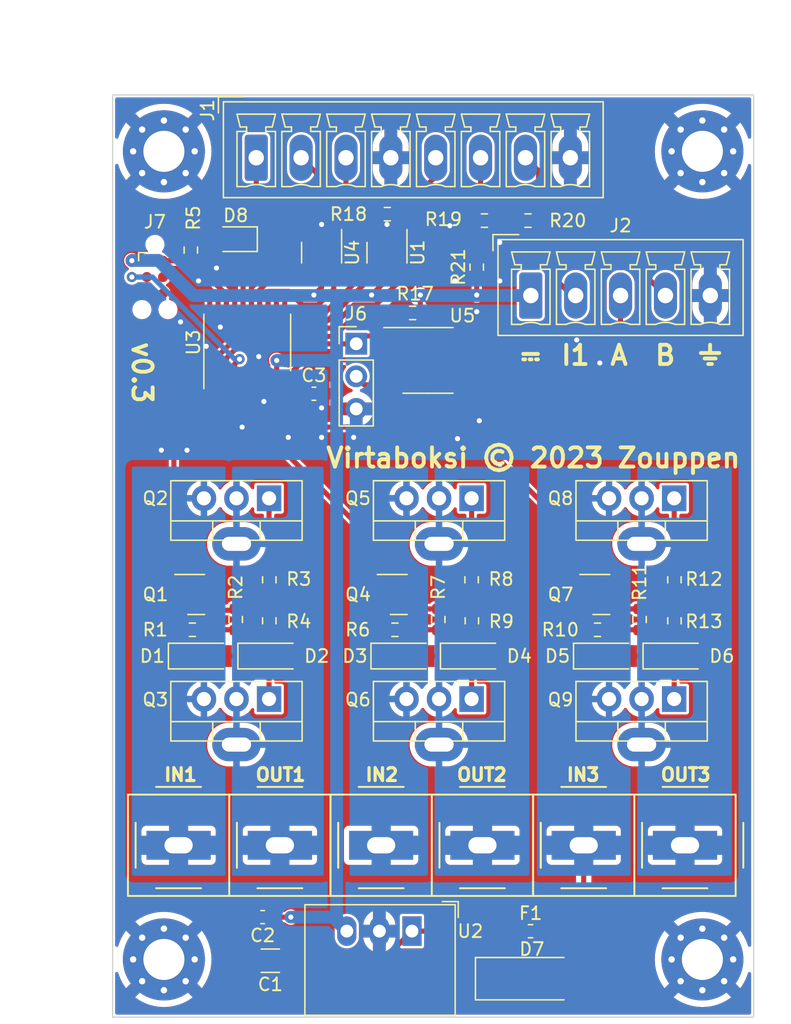
<source format=kicad_pcb>
(kicad_pcb (version 20211014) (generator pcbnew)
  (title_block (rev "0.3"))
  (layers (0 "F.Cu" signal) (31 "B.Cu" signal) (34 "B.Paste" user) (35 "F.Paste" user) (36 "B.SilkS" user "B.Silkscreen") (37 "F.SilkS" user "F.Silkscreen") (38 "B.Mask" user) (39 "F.Mask" user) (44 "Edge.Cuts" user))
  (net 0 "")
  (net 1 "GND")
  (net 2 "/GROUP1 IN")
  (net 3 "/GROUP2 IN")
  (net 4 "/GROUP3 IN")
  (net 5 "Net-(C1-Pad1)")
  (net 6 "+3.3V")
  (net 7 "/GROUP2 CTRL")
  (net 8 "Net-(C3-Pad1)")
  (net 9 "Net-(D8-Pad2)")
  (net 10 "/GROUP2 OUT")
  (net 11 "/IN2")
  (net 12 "/IN3")
  (net 13 "/IN4")
  (net 14 "Net-(J1-Pad5)")
  (net 15 "Net-(J1-Pad6)")
  (net 16 "Net-(J1-Pad7)")
  (net 17 "/IN1")
  (net 18 "A")
  (net 19 "B")
  (net 20 "/GROUP3 OUT")
  (net 21 "/GROUP1 OUT")
  (net 22 "/SWIM")
  (net 23 "/RESET")
  (net 26 "/RX")
  (net 27 "/LED1")
  (net 28 "/LED2")
  (net 29 "/LED3")
  (net 30 "/TX")
  (net 31 "/TX_EN")
  (net 32 "/GROUP3 CTRL")
  (net 33 "/GROUP1 CTRL")
  (net 34 "Net-(D1-Pad2)")
  (net 35 "Net-(D2-Pad2)")
  (net 36 "Net-(Q1-Pad3)")
  (net 37 "Net-(Q2-Pad1)")
  (net 38 "Net-(Q3-Pad1)")
  (net 39 "Net-(D3-Pad2)")
  (net 40 "Net-(D4-Pad2)")
  (net 41 "Net-(D5-Pad2)")
  (net 42 "Net-(D6-Pad2)")
  (net 43 "Net-(Q4-Pad3)")
  (net 44 "Net-(Q5-Pad1)")
  (net 45 "Net-(Q6-Pad1)")
  (net 46 "Net-(Q7-Pad3)")
  (net 47 "Net-(Q8-Pad1)")
  (net 48 "Net-(Q9-Pad1)")
  (footprint "Package_TO_SOT_SMD:SOT-23" (layer "F.Cu") (at 129.82 78.95)
    (fp_text reference "Q4")
    (fp_text value "2N7002")
  )
  (footprint "Connector:Tag-Connect_TC2030-IDC-NL_2x03_P1.27mm_Vertical" (layer "F.Cu") (at 110.8 54.2 -90)
    (fp_text reference "J7")
    (fp_text value "TagConnect_TC2030-NL")
  )
  (footprint "Own parts:Heatsink_AAVID_576802B03900G-nocourt" (layer "F.Cu") (at 132.96 75 90)
    (fp_text reference "HS3" hide)
    (fp_text value "Heatsink")
  )
  (footprint "LED_SMD:LED_0805_2012Metric" (layer "F.Cu") (at 117.1 51.25 180)
    (fp_text reference "D8")
    (fp_text value "LED")
  )
  (footprint "Package_TO_SOT_SMD:SOT-23" (layer "F.Cu") (at 145.62 78.95)
    (fp_text reference "Q7")
    (fp_text value "2N7002")
  )
  (footprint "Powerpole:45A-VERT-PAIR" (layer "F.Cu") (at 148.195 98.5 180)
    (fp_text reference "J3" hide)
    (fp_text value "Powerpole 01x02" hide)
  )
  (footprint "Package_TO_SOT_THT:TO-220-3_Vertical" (layer "F.Cu") (at 151.3 71.45 180)
    (fp_text reference "Q8")
    (fp_text value "IRF4905")
  )
  (footprint "Package_TO_SOT_THT:TO-220-3_Vertical" (layer "F.Cu") (at 119.7 71.45 180)
    (fp_text reference "Q2")
    (fp_text value "IRF4905")
  )
  (footprint "Diode_SMD:D_MiniMELF" (layer "F.Cu") (at 135.62 83.75)
    (fp_text reference "D4")
    (fp_text value "ZMM5V6-M")
  )
  (footprint "Resistor_SMD:R_0603_1608Metric" (layer "F.Cu") (at 139.9 49.8 180)
    (fp_text reference "R20")
    (fp_text value "180")
  )
  (footprint "Package_TO_SOT_THT:TO-220-3_Vertical" (layer "F.Cu") (at 135.5 87.1 180)
    (fp_text reference "Q6")
    (fp_text value "IRF4905")
  )
  (footprint "Package_TO_SOT_SMD:SOT-23-6" (layer "F.Cu") (at 123.8 52.3 -90)
    (fp_text reference "U4")
    (fp_text value "SRV05-4")
  )
  (footprint "Diode_SMD:D_MiniMELF" (layer "F.Cu") (at 119.82 83.75)
    (fp_text reference "D2")
    (fp_text value "ZMM5V6-M")
  )
  (footprint "Resistor_SMD:R_0603_1608Metric" (layer "F.Cu") (at 130.9 57 180)
    (fp_text reference "R17")
    (fp_text value "20k")
  )
  (footprint "Package_SO:SOIC-8_3.9x4.9mm_P1.27mm" (layer "F.Cu") (at 132.1 60.7)
    (fp_text reference "U5")
    (fp_text value "SP3485EN")
  )
  (footprint "Diode_SMD:D_MiniMELF" (layer "F.Cu") (at 146 83.75)
    (fp_text reference "D5")
    (fp_text value "ZMM5V6-M")
  )
  (footprint "Converter_DCDC:Converter_DCDC_RECOM_R-78E-0.5_THT" (layer "F.Cu") (at 130.847 105.1925 180)
    (fp_text reference "U2")
    (fp_text value "AMSRI-783.3-NZ")
  )
  (footprint "Own parts:Heatsink_AAVID_576802B03900G-nocourt" (layer "F.Cu") (at 117.16 90.65 90)
    (fp_text reference "HS2" hide)
    (fp_text value "Heatsink")
  )
  (footprint "Own parts:Heatsink_AAVID_576802B03900G-nocourt" (layer "F.Cu") (at 148.76 90.65 90)
    (fp_text reference "HS6" hide)
    (fp_text value "Heatsink")
  )
  (footprint "Connector_Phoenix_MC:PhoenixContact_MCV_1,5_5-G-3.5_1x05_P3.50mm_Vertical" (layer "F.Cu") (at 140.1175 55.6425)
    (fp_text reference "J2")
    (fp_text value "Ext_01x05")
  )
  (footprint "Resistor_SMD:R_0603_1608Metric" (layer "F.Cu") (at 151.32 81 -90)
    (fp_text reference "R13")
    (fp_text value "10")
  )
  (footprint "Resistor_SMD:R_0603_1608Metric" (layer "F.Cu") (at 148.6 80.9 90)
    (fp_text reference "R11")
    (fp_text value "13k")
  )
  (footprint "MountingHole:MountingHole_3.2mm_M3_Pad_Via" (layer "F.Cu") (at 153.5 44.4)
    (fp_text reference "H2" hide)
    (fp_text value "MountingHole_Pad")
  )
  (footprint "Package_SO:TSSOP-20_4.4x6.5mm_P0.65mm" (layer "F.Cu") (at 118 59.3 90)
    (fp_text reference "U3")
    (fp_text value "STM8S003F3P")
  )
  (footprint "Capacitor_SMD:C_0603_1608Metric" (layer "F.Cu") (at 123.2 63.3)
    (fp_text reference "C3")
    (fp_text value "1u")
  )
  (footprint "MountingHole:MountingHole_3.2mm_M3_Pad_Via" (layer "F.Cu") (at 111.5 44.4)
    (fp_text reference "H1" hide)
    (fp_text value "MountingHole_Pad")
  )
  (footprint "Diode_SMD:D_MiniMELF" (layer "F.Cu") (at 114.4 83.75)
    (fp_text reference "D1")
    (fp_text value "ZMM5V6-M")
  )
  (footprint "Own parts:Heatsink_AAVID_576802B03900G-nocourt" (layer "F.Cu") (at 117.16 75 90)
    (fp_text reference "HS1" hide)
    (fp_text value "Heatsink")
  )
  (footprint "MountingHole:MountingHole_3.2mm_M3_Pad_Via" (layer "F.Cu") (at 153.5 107.4)
    (fp_text reference "H4" hide)
    (fp_text value "MountingHole_Pad")
  )
  (footprint "Package_TO_SOT_THT:TO-220-3_Vertical" (layer "F.Cu") (at 119.7 87.1 180)
    (fp_text reference "Q3")
    (fp_text value "IRF4905")
  )
  (footprint "Resistor_SMD:R_0603_1608Metric" (layer "F.Cu") (at 145.32 81.7)
    (fp_text reference "R10")
    (fp_text value "68k")
  )
  (footprint "Connector_Phoenix_MC:PhoenixContact_MCV_1,5_8-G-3.5_1x08_P3.50mm_Vertical" (layer "F.Cu") (at 118.7 44.9)
    (fp_text reference "J1")
    (fp_text value "Panel_01x08")
  )
  (footprint "Resistor_SMD:R_0603_1608Metric" (layer "F.Cu") (at 129.52 81.7)
    (fp_text reference "R6")
    (fp_text value "68k")
  )
  (footprint "Powerpole:45A-VERT-PAIR" (layer "F.Cu") (at 116.595 98.5 180)
    (fp_text reference "J5" hide)
    (fp_text value "Powerpole 01x02" hide)
  )
  (footprint "Package_TO_SOT_SMD:SOT-23" (layer "F.Cu") (at 114.02 78.95)
    (fp_text reference "Q1")
    (fp_text value "2N7002")
  )
  (footprint "Capacitor_SMD:C_1206_3216Metric" (layer "F.Cu") (at 119.8 107.5 180)
    (fp_text reference "C1")
    (fp_text value "10u")
  )
  (footprint "Own parts:Heatsink_AAVID_576802B03900G-nocourt" (layer "F.Cu") (at 132.96 90.65 90)
    (fp_text reference "HS4" hide)
    (fp_text value "Heatsink")
  )
  (footprint "Resistor_SMD:R_0603_1608Metric" (layer "F.Cu") (at 119.72 77.8 90)
    (fp_text reference "R3")
    (fp_text value "10")
  )
  (footprint "Own parts:Heatsink_AAVID_576802B03900G-nocourt" (layer "F.Cu") (at 148.76 75 90)
    (fp_text reference "HS5" hide)
    (fp_text value "Heatsink")
  )
  (footprint "Capacitor_SMD:C_0603_1608Metric" (layer "F.Cu") (at 119.2 104.1 180)
    (fp_text reference "C2")
    (fp_text value "22u")
  )
  (footprint "Resistor_SMD:R_0603_1608Metric" (layer "F.Cu") (at 135.9 53.425 90)
    (fp_text reference "R21")
    (fp_text value "2k")
  )
  (footprint "Resistor_SMD:R_0603_1608Metric" (layer "F.Cu") (at 136.5 49.8 180)
    (fp_text reference "R19")
    (fp_text value "180")
  )
  (footprint "Fuse:Fuse_0603_1608Metric_Pad1.05x0.95mm_HandSolder" (layer "F.Cu") (at 140.1 105.2 180)
    (fp_text reference "F1")
    (fp_text value "Fuse")
  )
  (footprint "Resistor_SMD:R_0603_1608Metric" (layer "F.Cu") (at 113.72 81.7)
    (fp_text reference "R1")
    (fp_text value "68k")
  )
  (footprint "Diode_SMD:D_MiniMELF" (layer "F.Cu") (at 151.42 83.75)
    (fp_text reference "D6")
    (fp_text value "ZMM5V6-M")
  )
  (footprint "Diode_SMD:D_MiniMELF" (layer "F.Cu") (at 130.2 83.75)
    (fp_text reference "D3")
    (fp_text value "ZMM5V6-M")
  )
  (footprint "Resistor_SMD:R_0603_1608Metric" (layer "F.Cu") (at 117.1 80.9 90)
    (fp_text reference "R2")
    (fp_text value "13k")
  )
  (footprint "Resistor_SMD:R_0603_1608Metric" (layer "F.Cu") (at 135.52 81 -90)
    (fp_text reference "R9")
    (fp_text value "10")
  )
  (footprint "Resistor_SMD:R_0603_1608Metric" (layer "F.Cu") (at 113.6 52.1 -90)
    (fp_text reference "R5")
    (fp_text value "180")
  )
  (footprint "Connector_PinHeader_2.54mm:PinHeader_1x03_P2.54mm_Vertical" (layer "F.Cu") (at 126.5 59.4)
    (fp_text reference "J6")
    (fp_text value "Conn_01x03_Male")
  )
  (footprint "Diode_SMD:D_SMA_Handsoldering" (layer "F.Cu") (at 140.2 108.9)
    (fp_text reference "D7")
    (fp_text value "P6SMAJ33CA")
  )
  (footprint "Resistor_SMD:R_0603_1608Metric" (layer "F.Cu") (at 132.9 80.9 90)
    (fp_text reference "R7")
    (fp_text value "13k")
  )
  (footprint "Resistor_SMD:R_0603_1608Metric" (layer "F.Cu") (at 151.32 77.8 90)
    (fp_text reference "R12")
    (fp_text value "10")
  )
  (footprint "Resistor_SMD:R_0603_1608Metric" (layer "F.Cu") (at 135.5 77.8 90)
    (fp_text reference "R8")
    (fp_text value "10")
  )
  (footprint "Powerpole:45A-VERT-PAIR" (layer "F.Cu") (at 132.395 98.5 180)
    (fp_text reference "J4" hide)
    (fp_text value "Powerpole 01x02" hide)
  )
  (footprint "Package_TO_SOT_THT:TO-220-3_Vertical" (layer "F.Cu") (at 135.5 71.45 180)
    (fp_text reference "Q5")
    (fp_text value "IRF4905")
  )
  (footprint "Package_TO_SOT_THT:TO-220-3_Vertical" (layer "F.Cu") (at 151.3 87.1 180)
    (fp_text reference "Q9")
    (fp_text value "IRF4905")
  )
  (footprint "Resistor_SMD:R_0603_1608Metric" (layer "F.Cu") (at 128.925 49.3 180)
    (fp_text reference "R18")
    (fp_text value "180")
  )
  (footprint "MountingHole:MountingHole_3.2mm_M3_Pad_Via" (layer "F.Cu") (at 111.5 107.4)
    (fp_text reference "H3" hide)
    (fp_text value "MountingHole_Pad")
  )
  (footprint "Package_TO_SOT_SMD:SOT-23-6" (layer "F.Cu") (at 128.9 52.3 -90)
    (fp_text reference "U1")
    (fp_text value "SRV05-4")
  )
  (footprint "Resistor_SMD:R_0603_1608Metric" (layer "F.Cu") (at 119.72 81 -90)
    (fp_text reference "R4")
    (fp_text value "10")
  )
  (gr_rect (start 107.5 40) (end 157.5 111.9) (layer "Edge.Cuts") (width 0.1) (fill none))
  (gr_text "⏚" (at 154.1 60.3) (layer "F.SilkS") (effects (font (size 1.5 1.5) (thickness 0.3))))
  (gr_text "A" (at 147 60.3) (layer "F.SilkS") (effects (font (size 1.5 1.5) (thickness 0.3))))
  (gr_text "⎓" (at 140.1 60.3) (layer "F.SilkS") (effects (font (size 1.5 1.5) (thickness 0.3))))
  (gr_text "OUT3" (at 152.2 93) (layer "F.SilkS") (effects (font (size 1 1) (thickness 0.25))))
  (gr_text "IN3" (at 144.2 93) (layer "F.SilkS") (effects (font (size 1 1) (thickness 0.25))))
  (gr_text "v${REVISION}" (at 109.8 59.1 270) (layer "F.SilkS") (effects (font (size 1.5 1.5) (thickness 0.3)) (justify left)))
  (gr_text "IN1" (at 112.8 93) (layer "F.SilkS") (effects (font (size 1 1) (thickness 0.25))))
  (gr_text "OUT1" (at 120.6 93) (layer "F.SilkS") (effects (font (size 1 1) (thickness 0.25))))
  (gr_text "B" (at 150.6 60.3) (layer "F.SilkS") (effects (font (size 1.5 1.5) (thickness 0.3))))
  (gr_text "Virtaboksi © 2023 Zouppen" (at 124 68.3) (layer "F.SilkS") (effects (font (size 1.5 1.5) (thickness 0.3)) (justify left)))
  (gr_text "I1" (at 143.6 60.3) (layer "F.SilkS") (effects (font (size 1.5 1.5) (thickness 0.3))))
  (gr_text "IN2" (at 128.5 93) (layer "F.SilkS") (effects (font (size 1 1) (thickness 0.25))))
  (gr_text "OUT2" (at 136.3 93) (layer "F.SilkS") (effects (font (size 1 1) (thickness 0.25))))
  (via (at 126.3 66.7) (size 0.8) (drill 0.4) (layers "F.Cu" "B.Cu") (net 1))
  (via (at 112.8 57.7) (size 0.8) (drill 0.4) (layers "F.Cu" "B.Cu") (net 1))
  (via (at 133.8 50.2) (size 0.8) (drill 0.4) (layers "F.Cu" "B.Cu") (net 1))
  (via (at 114.2 54.5) (size 0.8) (drill 0.4) (layers "F.Cu" "B.Cu") (net 1))
  (via (at 119.3 63.9) (size 0.8) (drill 0.4) (layers "F.Cu" "B.Cu") (net 1))
  (via (at 143.7 59.1) (size 0.8) (drill 0.4) (layers "F.Cu" "B.Cu") (net 1))
  (via (at 115.6 53.5) (size 0.8) (drill 0.4) (layers "F.Cu" "B.Cu") (net 1))
  (via (at 135.9 56.9) (size 0.8) (drill 0.4) (layers "F.Cu" "B.Cu") (net 1))
  (via (at 113.3 67.7) (size 0.8) (drill 0.4) (layers "F.Cu" "B.Cu") (net 1))
  (via (at 134.4 66.8) (size 0.8) (drill 0.4) (layers "F.Cu" "B.Cu") (net 1))
  (via (at 137.7 51.5) (size 0.8) (drill 0.4) (layers "F.Cu" "B.Cu") (net 1))
  (via (at 114.8 59.6) (size 0.8) (drill 0.4) (layers "F.Cu" "B.Cu") (net 1))
  (via (at 115.9 58.1) (size 0.8) (drill 0.4) (layers "F.Cu" "B.Cu") (net 1))
  (via (at 128.9 50.1) (size 0.8) (drill 0.4) (layers "F.Cu" "B.Cu") (net 1))
  (via (at 134.2 54.5) (size 0.8) (drill 0.4) (layers "F.Cu" "B.Cu") (net 1))
  (via (at 118.9 60.4) (size 0.8) (drill 0.4) (layers "F.Cu" "B.Cu") (net 1))
  (via (at 145.5 60.9) (size 0.8) (drill 0.4) (layers "F.Cu" "B.Cu") (net 1))
  (via (at 123.8 64.4) (size 0.8) (drill 0.4) (layers "F.Cu" "B.Cu") (net 1))
  (via (at 117.6 65.9) (size 0.8) (drill 0.4) (layers "F.Cu" "B.Cu") (net 1))
  (via (at 137.7 54.5) (size 0.8) (drill 0.4) (layers "F.Cu" "B.Cu") (net 1))
  (via (at 136.1 65.4) (size 0.8) (drill 0.4) (layers "F.Cu" "B.Cu") (net 1))
  (via (at 111.3 67.7) (size 0.8) (drill 0.4) (layers "F.Cu" "B.Cu") (net 1))
  (via (at 123.8 66.7) (size 0.8) (drill 0.4) (layers "F.Cu" "B.Cu") (net 1))
  (via (at 121.2 66.7) (size 0.8) (drill 0.4) (layers "F.Cu" "B.Cu") (net 1))
  (via (at 123.8 50.1) (size 0.8) (drill 0.4) (layers "F.Cu" "B.Cu") (net 1))
  (segment (start 114.62 85.5) (end 112.87 83.75) (width 0.4) (layer "F.Cu") (net 2))
  (segment (start 112.895 83.725) (end 112.87 83.75) (width 0.4) (layer "F.Cu") (net 2))
  (segment (start 112.895 81.85) (end 112.895 83.725) (width 0.4) (layer "F.Cu") (net 2))
  (segment (start 114.62 87.1) (end 114.62 85.5) (width 0.4) (layer "F.Cu") (net 2))
  (segment (start 128.695 81.85) (end 128.695 83.725) (width 0.4) (layer "F.Cu") (net 3))
  (segment (start 130.42 85.5) (end 128.67 83.75) (width 0.4) (layer "F.Cu") (net 3))
  (segment (start 128.695 83.725) (end 128.67 83.75) (width 0.4) (layer "F.Cu") (net 3))
  (segment (start 130.42 87.1) (end 130.42 85.5) (width 0.4) (layer "F.Cu") (net 3))
  (segment (start 144.245 101.93) (end 140.975 105.2) (width 0.4) (layer "F.Cu") (net 4))
  (segment (start 144.47 81.875) (end 144.495 81.85) (width 0.4) (layer "F.Cu") (net 4))
  (segment (start 146.22 85.5) (end 144.47 83.75) (width 0.4) (layer "F.Cu") (net 4))
  (segment (start 146.22 87.1) (end 146.22 85.5) (width 0.4) (layer "F.Cu") (net 4))
  (segment (start 144.47 83.75) (end 144.47 81.875) (width 0.4) (layer "F.Cu") (net 4))
  (segment (start 144.245 98.5) (end 144.245 101.93) (width 0.4) (layer "F.Cu") (net 4))
  (segment (start 139.225 105.2) (end 139.2175 105.1925) (width 0.4) (layer "F.Cu") (net 5))
  (segment (start 121.275 107.5) (end 128.5395 107.5) (width 0.4) (layer "F.Cu") (net 5))
  (segment (start 137.7 108.9) (end 139.225 107.375) (width 0.4) (layer "F.Cu") (net 5))
  (segment (start 139.225 107.375) (end 139.225 105.2) (width 0.4) (layer "F.Cu") (net 5))
  (segment (start 128.5395 107.5) (end 130.847 105.1925) (width 0.4) (layer "F.Cu") (net 5))
  (segment (start 139.2175 105.1925) (end 130.847 105.1925) (width 0.4) (layer "F.Cu") (net 5))
  (segment (start 108.95 52.925) (end 110.16 52.925) (width 0.4) (layer "F.Cu") (net 6))
  (segment (start 123.8 53.4375) (end 123.8 55) (width 0.4) (layer "F.Cu") (net 6))
  (segment (start 123.8 55) (end 123.2 55.6) (width 0.4) (layer "F.Cu") (net 6))
  (segment (start 133.7 58.78) (end 133.305 58.78) (width 0.4) (layer "F.Cu") (net 6))
  (segment (start 131.5 55.6) (end 131.5 56.975) (width 0.4) (layer "F.Cu") (net 6))
  (segment (start 110.16 52.925) (end 110.165 52.93) (width 0.4) (layer "F.Cu") (net 6))
  (segment (start 135.9 54.25) (end 135.9 55.6) (width 0.4) (layer "F.Cu") (net 6))
  (segment (start 120.3 60.7) (end 120.3 62.1375) (width 0.4) (layer "F.Cu") (net 6))
  (segment (start 131.5 56.975) (end 131.525 57) (width 0.4) (layer "F.Cu") (net 6))
  (segment (start 127.7 55.6) (end 128.9 54.4) (width 0.4) (layer "F.Cu") (net 6))
  (segment (start 119.975 104.1) (end 121.4 104.1) (width 0.4) (layer "F.Cu") (net 6))
  (segment (start 120.3 62.1375) (end 120.275 62.1625) (width 0.4) (layer "F.Cu") (net 6))
  (segment (start 133.305 58.78) (end 131.525 57) (width 0.4) (layer "F.Cu") (net 6))
  (segment (start 128.9 54.4) (end 128.9 53.4375) (width 0.4) (layer "F.Cu") (net 6))
  (via (at 120.3 60.7) (size 0.8) (drill 0.4) (layers "F.Cu" "B.Cu") (net 6))
  (via (at 127.7 55.6) (size 0.8) (drill 0.4) (layers "F.Cu" "B.Cu") (net 6))
  (via (at 123.2 55.6) (size 0.8) (drill 0.4) (layers "F.Cu" "B.Cu") (net 6))
  (via (at 131.5 55.6) (size 0.8) (drill 0.4) (layers "F.Cu" "B.Cu") (net 6))
  (via (at 109 52.925) (size 0.8) (drill 0.4) (layers "F.Cu" "B.Cu") (net 6))
  (via (at 121.4 104.1) (size 0.8) (drill 0.4) (layers "F.Cu" "B.Cu") (net 6))
  (via (at 135.9 55.6) (size 0.8) (drill 0.4) (layers "F.Cu" "B.Cu") (net 6))
  (segment (start 113.815149 55.6425) (end 111.07795 52.905301) (width 1) (layer "B.Cu") (net 6))
  (segment (start 113.815149 55.6425) (end 125.3575 55.6425) (width 1) (layer "B.Cu") (net 6))
  (segment (start 124.97 104.3955) (end 124.97 56.03) (width 1) (layer "B.Cu") (net 6))
  (segment (start 124.97 56.03) (end 125.3575 55.6425) (width 1) (layer "B.Cu") (net 6))
  (segment (start 139.8175 55.3425) (end 140.1175 55.6425) (width 1) (layer "B.Cu") (net 6))
  (segment (start 111.07795 52.905301) (end 109.019699 52.905301) (width 1) (layer "B.Cu") (net 6))
  (segment (start 124.97 104.3955) (end 125.767 105.1925) (width 1) (layer "B.Cu") (net 6))
  (segment (start 109.019699 52.905301) (end 109 52.925) (width 1) (layer "B.Cu") (net 6))
  (segment (start 139.5175 55.3425) (end 139.5175 55.919506) (width 0.4) (layer "B.Cu") (net 6))
  (segment (start 125.3575 55.6425) (end 140.1175 55.6425) (width 1) (layer "B.Cu") (net 6))
  (segment (start 124.6745 104.1) (end 121.4 104.1) (width 1) (layer "B.Cu") (net 6))
  (segment (start 120.3 60.7) (end 124.9 60.7) (width 1) (layer "B.Cu") (net 6))
  (segment (start 128.8825 75.802744) (end 128.8825 78) (width 0.4) (layer "F.Cu") (net 7))
  (segment (start 117.675 64.595244) (end 128.8825 75.802744) (width 0.4) (layer "F.Cu") (net 7))
  (segment (start 117.675 62.1625) (end 117.675 64.595244) (width 0.4) (layer "F.Cu") (net 7))
  (segment (start 119.625 63.121913) (end 119.803087 63.3) (width 0.4) (layer "F.Cu") (net 8))
  (segment (start 119.803087 63.3) (end 122.425 63.3) (width 0.4) (layer "F.Cu") (net 8))
  (segment (start 119.625 62.1625) (end 119.625 63.121913) (width 0.4) (layer "F.Cu") (net 8))
  (segment (start 113.6 51.275) (end 116.1375 51.275) (width 0.4) (layer "F.Cu") (net 9))
  (segment (start 113.325 51.25) (end 113.3 51.275) (width 0.4) (layer "F.Cu") (net 9))
  (segment (start 113.3375 51.2375) (end 113.3 51.275) (width 0.4) (layer "F.Cu") (net 9))
  (segment (start 116.1375 51.275) (end 116.1625 51.25) (width 0.4) (layer "F.Cu") (net 9))
  (segment (start 122.85 51.1625) (end 118.7 47.0125) (width 0.4) (layer "F.Cu") (net 11))
  (segment (start 121.376768 51.1625) (end 117.675 54.864268) (width 0.4) (layer "F.Cu") (net 11))
  (segment (start 117.675 54.864268) (end 117.675 56.4375) (width 0.4) (layer "F.Cu") (net 11))
  (segment (start 122.85 51.1625) (end 121.376768 51.1625) (width 0.4) (layer "F.Cu") (net 11))
  (segment (start 118.7 47.0125) (end 118.7 44.9) (width 0.4) (layer "F.Cu") (net 11))
  (segment (start 121.154512 52.205) (end 123.083065 52.205) (width 0.4) (layer "F.Cu") (net 12))
  (segment (start 123.183065 52.105) (end 123.083065 52.205) (width 0.2) (layer "F.Cu") (net 12))
  (segment (start 118.325 56.4375) (end 118.325 55.034512) (width 0.4) (layer "F.Cu") (net 12))
  (segment (start 122.2 44.9) (end 124.75 47.45) (width 0.4) (layer "F.Cu") (net 12))
  (segment (start 124.75 47.45) (end 124.75 51.1625) (width 0.4) (layer "F.Cu") (net 12))
  (segment (start 124.128112 52.105) (end 123.183065 52.105) (width 0.2) (layer "F.Cu") (net 12))
  (segment (start 124.75 51.1625) (end 124.75 51.483112) (width 0.2) (layer "F.Cu") (net 12))
  (segment (start 118.325 55.034512) (end 121.154512 52.205) (width 0.4) (layer "F.Cu") (net 12))
  (segment (start 124.75 51.483112) (end 124.128112 52.105) (width 0.2) (layer "F.Cu") (net 12))
  (segment (start 124.839533 52.485) (end 125.312266 52.012267) (width 0.2) (layer "F.Cu") (net 13))
  (segment (start 122.85 53.4375) (end 122.85 53.116888) (width 0.2) (layer "F.Cu") (net 13))
  (segment (start 122.85 53.4375) (end 120.742256 53.4375) (width 0.4) (layer "F.Cu") (net 13))
  (segment (start 118.975 55.204756) (end 118.975 56.4375) (width 0.4) (layer "F.Cu") (net 13))
  (segment (start 120.742256 53.4375) (end 118.975 55.204756) (width 0.4) (layer "F.Cu") (net 13))
  (segment (start 123.481888 52.485) (end 124.839533 52.485) (width 0.2) (layer "F.Cu") (net 13))
  (segment (start 125.7 51.624533) (end 125.312266 52.012267) (width 0.4) (layer "F.Cu") (net 13))
  (segment (start 122.85 53.116888) (end 123.481888 52.485) (width 0.2) (layer "F.Cu") (net 13))
  (segment (start 125.7 44.9) (end 125.7 51.624533) (width 0.4) (layer "F.Cu") (net 13))
  (segment (start 129.75 49.3) (end 132.7 46.35) (width 0.4) (layer "F.Cu") (net 14))
  (segment (start 132.7 46.35) (end 132.7 44.9) (width 0.4) (layer "F.Cu") (net 14))
  (segment (start 136.2 48.675) (end 136.2 44.9) (width 0.4) (layer "F.Cu") (net 15))
  (segment (start 137.325 49.8) (end 136.2 48.675) (width 0.4) (layer "F.Cu") (net 15))
  (segment (start 140.725 49.8) (end 140.725 45.925) (width 0.4) (layer "F.Cu") (net 16))
  (segment (start 140.725 45.925) (end 139.7 44.9) (width 0.4) (layer "F.Cu") (net 16))
  (segment (start 129.85 54.553087) (end 129.85 53.4375) (width 0.4) (layer "F.Cu") (net 17))
  (segment (start 118.001177 58.18) (end 124.52 58.18) (width 0.4) (layer "F.Cu") (net 17))
  (segment (start 140.15 52.475) (end 143.0175 55.3425) (width 0.4) (layer "F.Cu") (net 17))
  (segment (start 135.9 52.6) (end 130.6875 52.6) (width 0.4) (layer "F.Cu") (net 17))
  (segment (start 117.025 57.203823) (end 118.001177 58.18) (width 0.4) (layer "F.Cu") (net 17))
  (segment (start 117.025 56.4375) (end 117.025 57.203823) (width 0.4) (layer "F.Cu") (net 17))
  (segment (start 130.6875 52.6) (end 129.85 53.4375) (width 0.4) (layer "F.Cu") (net 17))
  (segment (start 124.52 58.18) (end 126.32 56.38) (width 0.4) (layer "F.Cu") (net 17))
  (segment (start 135.9 52.475) (end 140.15 52.475) (width 0.4) (layer "F.Cu") (net 17))
  (segment (start 128.023086 56.38) (end 129.85 54.553087) (width 0.4) (layer "F.Cu") (net 17))
  (segment (start 126.32 56.38) (end 128.023086 56.38) (width 0.4) (layer "F.Cu") (net 17))
  (segment (start 143.64 61.32) (end 133.7 61.32) (width 0.4) (layer "F.Cu") (net 18))
  (segment (start 147.1175 55.6425) (end 147.1175 57.8425) (width 0.4) (layer "F.Cu") (net 18))
  (segment (start 147.1175 57.8425) (end 143.64 61.32) (width 0.4) (layer "F.Cu") (net 18))
  (segment (start 144.05 60.05) (end 133.7 60.05) (width 0.4) (layer "F.Cu") (net 19))
  (segment (start 144.05 60.05) (end 145.8375 58.2625) (width 0.4) (layer "F.Cu") (net 19))
  (segment (start 145.8375 58.2625) (end 145.8375 54.212307) (width 0.4) (layer "F.Cu") (net 19))
  (segment (start 145.8375 54.212307) (end 146.587307 53.4625) (width 0.4) (layer "F.Cu") (net 19))
  (segment (start 146.587307 53.4625) (end 148.4375 53.4625) (width 0.4) (layer "F.Cu") (net 19))
  (segment (start 148.4375 53.4625) (end 150.6175 55.6425) (width 0.4) (layer "F.Cu") (net 19))
  (segment (start 113.3 52.925) (end 113.728087 52.925) (width 0.4) (layer "F.Cu") (net 22))
  (segment (start 113.295 52.93) (end 113.3 52.925) (width 0.4) (layer "F.Cu") (net 22))
  (segment (start 113.728087 52.925) (end 116.375 55.571913) (width 0.4) (layer "F.Cu") (net 22))
  (segment (start 116.375 55.571913) (end 116.375 56.4375) (width 0.4) (layer "F.Cu") (net 22))
  (segment (start 111.435 52.93) (end 113.295 52.93) (width 0.4) (layer "F.Cu") (net 22))
  (segment (start 109 54.2) (end 110.165 54.2) (width 0.4) (layer "F.Cu") (net 23))
  (segment (start 117.025 62.1625) (end 117.025 60.975) (width 0.4) (layer "F.Cu") (net 23))
  (segment (start 117.025 60.975) (end 117.4 60.6) (width 0.4) (layer "F.Cu") (net 23))
  (via (at 109 54.2) (size 0.8) (drill 0.4) (layers "F.Cu" "B.Cu") (net 23))
  (via (at 117.4 60.6) (size 0.8) (drill 0.4) (layers "F.Cu" "B.Cu") (net 23))
  (segment (start 117.012858 60.6) (end 110.612858 54.2) (width 0.4) (layer "B.Cu") (net 23))
  (segment (start 110.612858 54.2) (end 109 54.2) (width 0.4) (layer "B.Cu") (net 23))
  (segment (start 117.4 60.6) (end 117.012858 60.6) (width 0.4) (layer "B.Cu") (net 23))
  (segment (start 130.075 58.345) (end 129.625 58.795) (width 0.4) (layer "F.Cu") (net 26))
  (segment (start 117.486913 59.41) (end 116.375 60.521913) (width 0.4) (layer "F.Cu") (net 26))
  (segment (start 127.13 58.795) (end 126.5 59.425) (width 0.4) (layer "F.Cu") (net 26))
  (segment (start 129.625 58.795) (end 127.13 58.795) (width 0.4) (layer "F.Cu") (net 26))
  (segment (start 130.075 57) (end 130.075 58.345) (width 0.4) (layer "F.Cu") (net 26))
  (segment (start 116.375 60.521913) (end 116.375 62.1625) (width 0.4) (layer "F.Cu") (net 26))
  (segment (start 126.5 59.4) (end 126.49 59.41) (width 0.4) (layer "F.Cu") (net 26))
  (segment (start 126.49 59.41) (end 117.486913 59.41) (width 0.4) (layer "F.Cu") (net 26))
  (segment (start 128.1 49.3) (end 127.27 50.13) (width 0.4) (layer "F.Cu") (net 27))
  (segment (start 123.523087 56.38) (end 122.283822 56.38) (width 0.4) (layer "F.Cu") (net 27))
  (segment (start 127.27 50.13) (end 127.27 50.9175) (width 0.4) (layer "F.Cu") (net 27))
  (segment (start 124.75 53.4375) (end 127.27 50.9175) (width 0.4) (layer "F.Cu") (net 27))
  (segment (start 122.283822 56.38) (end 121.223822 55.32) (width 0.4) (layer "F.Cu") (net 27))
  (segment (start 124.75 53.4375) (end 124.75 55.153087) (width 0.4) (layer "F.Cu") (net 27))
  (segment (start 119.68 55.32) (end 119.625 55.375) (width 0.4) (layer "F.Cu") (net 27))
  (segment (start 124.75 55.153087) (end 123.523087 56.38) (width 0.4) (layer "F.Cu") (net 27))
  (segment (start 119.625 55.375) (end 119.625 56.4375) (width 0.4) (layer "F.Cu") (net 27))
  (segment (start 121.223822 55.32) (end 119.68 55.32) (width 0.4) (layer "F.Cu") (net 27))
  (segment (start 134.3125 51.1625) (end 129.85 51.1625) (width 0.4) (layer "F.Cu") (net 28))
  (segment (start 128.19 52.115) (end 128.1 52.205) (width 0.2) (layer "F.Cu") (net 28))
  (segment (start 135.675 49.8) (end 134.3125 51.1625) (width 0.4) (layer "F.Cu") (net 28))
  (segment (start 127.770467 52.205) (end 127.2 52.775467) (width 0.4) (layer "F.Cu") (net 28))
  (segment (start 129.85 51.1625) (end 129.85 51.85) (width 0.2) (layer "F.Cu") (net 28))
  (segment (start 124.025587 57.02) (end 121.5075 57.02) (width 0.4) (layer "F.Cu") (net 28))
  (segment (start 129.85 51.85) (end 129.585 52.115) (width 0.2) (layer "F.Cu") (net 28))
  (segment (start 127.2 52.775467) (end 127.2 53.845587) (width 0.4) (layer "F.Cu") (net 28))
  (segment (start 127.2 53.845587) (end 124.025587 57.02) (width 0.4) (layer "F.Cu") (net 28))
  (segment (start 121.5075 57.02) (end 120.925 56.4375) (width 0.4) (layer "F.Cu") (net 28))
  (segment (start 129.585 52.115) (end 128.19 52.115) (width 0.2) (layer "F.Cu") (net 28))
  (segment (start 128.1 52.205) (end 127.770467 52.205) (width 0.4) (layer "F.Cu") (net 28))
  (segment (start 130.55 51.8) (end 129.855 52.495) (width 0.2) (layer "F.Cu") (net 29))
  (segment (start 138.22 50.655) (end 136.405 50.655) (width 0.4) (layer "F.Cu") (net 29))
  (segment (start 127.95 53.915831) (end 127.95 53.4375) (width 0.4) (layer "F.Cu") (net 29))
  (segment (start 139.075 49.8) (end 138.22 50.655) (width 0.4) (layer "F.Cu") (net 29))
  (segment (start 129.855 52.495) (end 128.505 52.495) (width 0.2) (layer "F.Cu") (net 29))
  (segment (start 130.55 51.7425) (end 130.55 51.8) (width 0.2) (layer "F.Cu") (net 29))
  (segment (start 127.95 53.4375) (end 127.95 53.05) (width 0.2) (layer "F.Cu") (net 29))
  (segment (start 124.265831 57.6) (end 127.95 53.915831) (width 0.4) (layer "F.Cu") (net 29))
  (segment (start 127.95 53.05) (end 128.505 52.495) (width 0.2) (layer "F.Cu") (net 29))
  (segment (start 120.275 57.203823) (end 120.671177 57.6) (width 0.4) (layer "F.Cu") (net 29))
  (segment (start 120.671177 57.6) (end 124.265831 57.6) (width 0.4) (layer "F.Cu") (net 29))
  (segment (start 135.3175 51.7425) (end 130.55 51.7425) (width 0.4) (layer "F.Cu") (net 29))
  (segment (start 136.405 50.655) (end 135.3175 51.7425) (width 0.4) (layer "F.Cu") (net 29))
  (segment (start 120.275 56.4375) (end 120.275 57.203823) (width 0.4) (layer "F.Cu") (net 29))
  (segment (start 124.77 58.83) (end 126.64 56.96) (width 0.4) (layer "F.Cu") (net 30))
  (segment (start 129.625 62.605) (end 127.14 62.605) (width 0.4) (layer "F.Cu") (net 30))
  (segment (start 117.246669 58.83) (end 124.77 58.83) (width 0.4) (layer "F.Cu") (net 30))
  (segment (start 115.725 62.1625) (end 115.725 60.351669) (width 0.4) (layer "F.Cu") (net 30))
  (segment (start 130.98 61.704533) (end 130.079533 62.605) (width 0.4) (layer "F.Cu") (net 30))
  (segment (start 130.515244 56.145) (end 130.9 56.529756) (width 0.4) (layer "F.Cu") (net 30))
  (segment (start 126.64 56.96) (end 128.74 56.96) (width 0.4) (layer "F.Cu") (net 30))
  (segment (start 130.9 56.529756) (end 130.9 58.345467) (width 0.4) (layer "F.Cu") (net 30))
  (segment (start 115.725 60.351669) (end 117.246669 58.83) (width 0.4) (layer "F.Cu") (net 30))
  (segment (start 130.98 58.425467) (end 130.98 61.704533) (width 0.4) (layer "F.Cu") (net 30))
  (segment (start 128.74 56.96) (end 129.555 56.145) (width 0.4) (layer "F.Cu") (net 30))
  (segment (start 130.079533 62.605) (end 129.625 62.605) (width 0.4) (layer "F.Cu") (net 30))
  (segment (start 127.14 62.605) (end 126.5 61.965) (width 0.4) (layer "F.Cu") (net 30))
  (segment (start 130.9 58.345467) (end 130.98 58.425467) (width 0.4) (layer "F.Cu") (net 30))
  (segment (start 129.555 56.145) (end 130.515244 56.145) (width 0.4) (layer "F.Cu") (net 30))
  (segment (start 129.625 60.065) (end 129.625 60.725) (width 0.4) (layer "F.Cu") (net 31))
  (segment (start 129.625 60.725) (end 129.625 61.335) (width 0.4) (layer "F.Cu") (net 31))
  (segment (start 129.555 60.655) (end 129.625 60.725) (width 0.4) (layer "F.Cu") (net 31))
  (segment (start 122.4325 60.655) (end 129.555 60.655) (width 0.4) (layer "F.Cu") (net 31))
  (segment (start 120.925 62.1625) (end 122.4325 60.655) (width 0.4) (layer "F.Cu") (net 31))
  (segment (start 118.325 64.425) (end 118.325 62.1625) (width 0.4) (layer "F.Cu") (net 32))
  (segment (start 144.6825 78) (end 144.6825 75.4825) (width 0.4) (layer "F.Cu") (net 32))
  (segment (start 119.8 65.9) (end 118.325 64.425) (width 0.4) (layer "F.Cu") (net 32))
  (segment (start 135.1 65.9) (end 119.8 65.9) (width 0.4) (layer "F.Cu") (net 32))
  (segment (start 144.6825 75.4825) (end 135.1 65.9) (width 0.4) (layer "F.Cu") (net 32))
  (segment (start 115.075 62.1625) (end 112.28 64.9575) (width 0.4) (layer "F.Cu") (net 33))
  (segment (start 112.28 77.1975) (end 113.0825 78) (width 0.4) (layer "F.Cu") (net 33))
  (segment (start 112.28 64.9575) (end 112.28 77.1975) (width 0.4) (layer "F.Cu") (net 33))
  (segment (start 118.07 83.75) (end 116.37 83.75) (width 0.4) (layer "F.Cu") (net 34))
  (segment (start 117.075 81.7) (end 117.1 81.725) (width 0.4) (layer "F.Cu") (net 35))
  (segment (start 119.72 80.175) (end 121.57 82.025) (width 0.4) (layer "F.Cu") (net 35))
  (segment (start 118.17 81.725) (end 119.72 80.175) (width 0.4) (layer "F.Cu") (net 35))
  (segment (start 114.545 81.7) (end 117.075 81.7) (width 0.4) (layer "F.Cu") (net 35))
  (segment (start 117.1 81.725) (end 118.17 81.725) (width 0.4) (layer "F.Cu") (net 35))
  (segment (start 121.57 82.025) (end 121.57 83.75) (width 0.4) (layer "F.Cu") (net 35))
  (segment (start 119.72 79.025) (end 119.72 80.175) (width 0.4) (layer "F.Cu") (net 35))
  (segment (start 117.1 80.175) (end 116.1825 80.175) (width 0.4) (layer "F.Cu") (net 36))
  (segment (start 116.1825 80.175) (end 114.9575 78.95) (width 0.4) (layer "F.Cu") (net 36))
  (segment (start 119.7 77.355) (end 119.7 71.45) (width 0.4) (layer "F.Cu") (net 37))
  (segment (start 119.7 81.845) (end 119.7 87.1) (width 0.4) (layer "F.Cu") (net 38))
  (segment (start 119.72 81.825) (end 119.7 81.845) (width 0.4) (layer "F.Cu") (net 38))
  (segment (start 132.17 83.75) (end 133.87 83.75) (width 0.4) (layer "F.Cu") (net 39))
  (segment (start 137.37 82.025) (end 135.52 80.175) (width 0.4) (layer "F.Cu") (net 40))
  (segment (start 132.9 81.725) (end 133.97 81.725) (width 0.4) (layer "F.Cu") (net 40))
  (segment (start 132.875 81.7) (end 132.9 81.725) (width 0.4) (layer "F.Cu") (net 40))
  (segment (start 137.37 83.75) (end 137.37 82.025) (width 0.4) (layer "F.Cu") (net 40))
  (segment (start 135.52 79.025) (end 135.52 80.175) (width 0.4) (layer "F.Cu") (net 40))
  (segment (start 133.97 81.725) (end 135.52 80.175) (width 0.4) (layer "F.Cu") (net 40))
  (segment (start 130.345 81.7) (end 132.875 81.7) (width 0.4) (layer "F.Cu") (net 40))
  (segment (start 149.67 83.75) (end 147.97 83.75) (width 0.4) (layer "F.Cu") (net 41))
  (segment (start 151.32 80.175) (end 153.17 82.025) (width 0.4) (layer "F.Cu") (net 42))
  (segment (start 148.6 81.725) (end 149.77 81.725) (width 0.4) (layer "F.Cu") (net 42))
  (segment (start 153.17 82.025) (end 153.17 83.75) (width 0.4) (layer "F.Cu") (net 42))
  (segment (start 148.575 81.7) (end 148.6 81.725) (width 0.4) (layer "F.Cu") (net 42))
  (segment (start 151.32 79.025) (end 151.32 80.175) (width 0.4) (layer "F.Cu") (net 42))
  (segment (start 146.145 81.7) (end 148.575 81.7) (width 0.4) (layer "F.Cu") (net 42))
  (segment (start 149.77 81.725) (end 151.32 80.175) (width 0.4) (layer "F.Cu") (net 42))
  (segment (start 131.8825 80.075) (end 130.7575 78.95) (width 0.4) (layer "F.Cu") (net 43))
  (segment (start 132.9 80.075) (end 131.8825 80.075) (width 0.4) (layer "F.Cu") (net 43))
  (segment (start 135.5 71.45) (end 135.5 77.355) (width 0.4) (layer "F.Cu") (net 44))
  (segment (start 135.5 81.845) (end 135.5 87.1) (width 0.4) (layer "F.Cu") (net 45))
  (segment (start 135.52 81.825) (end 135.5 81.845) (width 0.4) (layer "F.Cu") (net 45))
  (segment (start 148.6 80.075) (end 147.6825 80.075) (width 0.4) (layer "F.Cu") (net 46))
  (segment (start 147.6825 80.075) (end 146.5575 78.95) (width 0.4) (layer "F.Cu") (net 46))
  (segment (start 151.3 77.355) (end 151.3 71.45) (width 0.4) (layer "F.Cu") (net 47))
  (segment (start 151.32 81.825) (end 151.3 81.845) (width 0.4) (layer "F.Cu") (net 48))
  (segment (start 151.3 81.845) (end 151.3 87.1) (width 0.4) (layer "F.Cu") (net 48))
  (zone (net 1) (net_name "GND") (layers F&B.Cu) (connect_pads (clearance 0.2)) (min_thickness 0.254) (fill yes (thermal_gap 0.508) (thermal_bridge_width 1))
    (polygon (pts (xy 157.6 111.8) (xy 107.5 111.9) (xy 107.5 40) (xy 157.6 40)))
  )
  (zone (net 2) (net_name "/GROUP1 IN") (layer "B.Cu") (priority 3) (connect_pads (clearance 0.508)) (min_thickness 0.254) (fill yes (thermal_gap 0.4) (thermal_bridge_width 0.508))
    (polygon (pts (xy 116.3 100.8775) (xy 109 100.8775) (xy 109 68.9775) (xy 116.3 68.9775)))
  )
  (zone (net 3) (net_name "/GROUP2 IN") (layer "B.Cu") (priority 3) (connect_pads (clearance 0.508)) (min_thickness 0.254) (fill yes (thermal_gap 0.4) (thermal_bridge_width 0.508))
    (polygon (pts (xy 132.1 100.8775) (xy 124.8 100.8775) (xy 124.8 68.9775) (xy 132.1 68.9775)))
  )
  (zone (net 10) (net_name "/GROUP2 OUT") (layer "B.Cu") (priority 1) (connect_pads (clearance 0.508)) (min_thickness 0.254) (fill yes (thermal_gap 0.4) (thermal_bridge_width 0.508))
    (polygon (pts (xy 140 68.9775) (xy 140 100.8775) (xy 132.1 100.8775) (xy 132.1 68.9775)))
  )
  (zone (net 4) (net_name "/GROUP3 IN") (layer "B.Cu") (priority 3) (connect_pads (clearance 0.508)) (min_thickness 0.254) (fill yes (thermal_gap 0.4) (thermal_bridge_width 0.508))
    (polygon (pts (xy 147.9 100.8775) (xy 140.6 100.8775) (xy 140.6 68.9775) (xy 147.9 68.9775)))
  )
  (zone (net 20) (net_name "/GROUP3 OUT") (layer "B.Cu") (priority 1) (connect_pads (clearance 0.508)) (min_thickness 0.254) (fill yes (thermal_gap 0.4) (thermal_bridge_width 0.508))
    (polygon (pts (xy 155.8 68.9775) (xy 155.8 100.8775) (xy 147.9 100.8775) (xy 147.9 68.9775)))
  )
  (zone (net 21) (net_name "/GROUP1 OUT") (layer "B.Cu") (priority 1) (connect_pads (clearance 0.508)) (min_thickness 0.254) (fill yes (thermal_gap 0.4) (thermal_bridge_width 0.508))
    (polygon (pts (xy 124.2 68.9775) (xy 124.2 100.8775) (xy 116.3 100.8775) (xy 116.3 68.9775)))
  )
)
</source>
